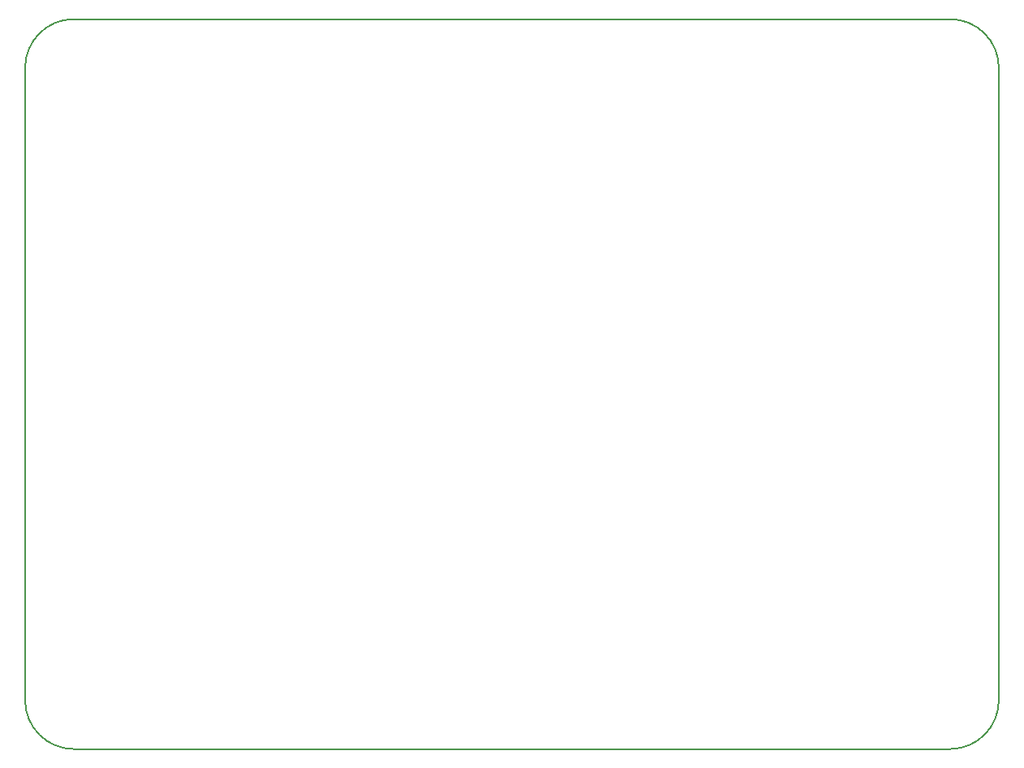
<source format=gbr>
%TF.GenerationSoftware,KiCad,Pcbnew,(5.1.4-0-10_14)*%
%TF.CreationDate,2020-04-13T14:17:21-07:00*%
%TF.ProjectId,8051dumper,38303531-6475-46d7-9065-722e6b696361,1*%
%TF.SameCoordinates,PX60e4b00PYc1c9600*%
%TF.FileFunction,Profile,NP*%
%FSLAX46Y46*%
G04 Gerber Fmt 4.6, Leading zero omitted, Abs format (unit mm)*
G04 Created by KiCad (PCBNEW (5.1.4-0-10_14)) date 2020-04-13 14:17:21*
%MOMM*%
%LPD*%
G04 APERTURE LIST*
%ADD10C,0.150000*%
G04 APERTURE END LIST*
D10*
X0Y71120000D02*
G75*
G02X5080000Y76200000I5080000J0D01*
G01*
X96520000Y76200000D02*
G75*
G02X101600000Y71120000I0J-5080000D01*
G01*
X101600000Y5080000D02*
G75*
G02X96520000Y0I-5080000J0D01*
G01*
X5080000Y0D02*
G75*
G02X0Y5080000I0J5080000D01*
G01*
X0Y71120000D02*
X0Y5080000D01*
X96520000Y76200000D02*
X5080000Y76200000D01*
X101600000Y5080000D02*
X101600000Y71120000D01*
X5080000Y0D02*
X96520000Y0D01*
M02*

</source>
